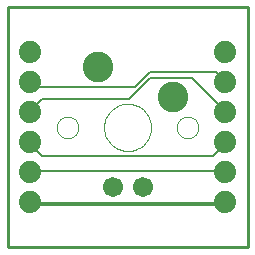
<source format=gbl>
G75*
G70*
%OFA0B0*%
%FSLAX24Y24*%
%IPPOS*%
%LPD*%
%AMOC8*
5,1,8,0,0,1.08239X$1,22.5*
%
%ADD10C,0.0100*%
%ADD11C,0.0670*%
%ADD12C,0.1020*%
%ADD13C,0.0000*%
%ADD14C,0.0740*%
%ADD15C,0.0120*%
%ADD16C,0.0060*%
D10*
X000813Y000736D02*
X000813Y008736D01*
X008813Y008736D01*
X008813Y000736D01*
X000813Y000736D01*
D11*
X004313Y002736D03*
X005313Y002736D03*
D12*
X006313Y005736D03*
X003813Y006736D03*
D13*
X002458Y004736D02*
X002460Y004773D01*
X002466Y004810D01*
X002475Y004846D01*
X002489Y004880D01*
X002506Y004913D01*
X002526Y004945D01*
X002549Y004974D01*
X002575Y005000D01*
X002604Y005023D01*
X002635Y005043D01*
X002669Y005060D01*
X002703Y005074D01*
X002739Y005083D01*
X002776Y005089D01*
X002813Y005091D01*
X002850Y005089D01*
X002887Y005083D01*
X002923Y005074D01*
X002957Y005060D01*
X002990Y005043D01*
X003022Y005023D01*
X003051Y005000D01*
X003077Y004974D01*
X003100Y004945D01*
X003120Y004914D01*
X003137Y004880D01*
X003151Y004846D01*
X003160Y004810D01*
X003166Y004773D01*
X003168Y004736D01*
X003166Y004699D01*
X003160Y004662D01*
X003151Y004626D01*
X003137Y004592D01*
X003120Y004559D01*
X003100Y004527D01*
X003077Y004498D01*
X003051Y004472D01*
X003022Y004449D01*
X002991Y004429D01*
X002957Y004412D01*
X002923Y004398D01*
X002887Y004389D01*
X002850Y004383D01*
X002813Y004381D01*
X002776Y004383D01*
X002739Y004389D01*
X002703Y004398D01*
X002669Y004412D01*
X002636Y004429D01*
X002604Y004449D01*
X002575Y004472D01*
X002549Y004498D01*
X002526Y004527D01*
X002506Y004558D01*
X002489Y004592D01*
X002475Y004626D01*
X002466Y004662D01*
X002460Y004699D01*
X002458Y004736D01*
X004028Y004736D02*
X004030Y004791D01*
X004036Y004846D01*
X004046Y004901D01*
X004059Y004955D01*
X004076Y005007D01*
X004097Y005059D01*
X004122Y005108D01*
X004150Y005156D01*
X004181Y005202D01*
X004216Y005245D01*
X004253Y005286D01*
X004293Y005324D01*
X004336Y005359D01*
X004381Y005392D01*
X004429Y005420D01*
X004478Y005446D01*
X004529Y005468D01*
X004581Y005486D01*
X004634Y005500D01*
X004689Y005511D01*
X004744Y005518D01*
X004799Y005521D01*
X004855Y005520D01*
X004910Y005515D01*
X004964Y005506D01*
X005018Y005494D01*
X005071Y005477D01*
X005123Y005457D01*
X005173Y005434D01*
X005221Y005406D01*
X005268Y005376D01*
X005312Y005342D01*
X005353Y005306D01*
X005392Y005266D01*
X005428Y005224D01*
X005461Y005179D01*
X005491Y005132D01*
X005517Y005084D01*
X005540Y005033D01*
X005559Y004981D01*
X005574Y004928D01*
X005586Y004874D01*
X005594Y004819D01*
X005598Y004764D01*
X005598Y004708D01*
X005594Y004653D01*
X005586Y004598D01*
X005574Y004544D01*
X005559Y004491D01*
X005540Y004439D01*
X005517Y004388D01*
X005491Y004340D01*
X005461Y004293D01*
X005428Y004248D01*
X005392Y004206D01*
X005353Y004166D01*
X005312Y004130D01*
X005268Y004096D01*
X005221Y004066D01*
X005173Y004038D01*
X005123Y004015D01*
X005071Y003995D01*
X005018Y003978D01*
X004964Y003966D01*
X004910Y003957D01*
X004855Y003952D01*
X004799Y003951D01*
X004744Y003954D01*
X004689Y003961D01*
X004634Y003972D01*
X004581Y003986D01*
X004529Y004004D01*
X004478Y004026D01*
X004429Y004052D01*
X004381Y004080D01*
X004336Y004113D01*
X004293Y004148D01*
X004253Y004186D01*
X004216Y004227D01*
X004181Y004270D01*
X004150Y004316D01*
X004122Y004364D01*
X004097Y004413D01*
X004076Y004465D01*
X004059Y004517D01*
X004046Y004571D01*
X004036Y004626D01*
X004030Y004681D01*
X004028Y004736D01*
X006458Y004736D02*
X006460Y004773D01*
X006466Y004810D01*
X006475Y004846D01*
X006489Y004880D01*
X006506Y004913D01*
X006526Y004945D01*
X006549Y004974D01*
X006575Y005000D01*
X006604Y005023D01*
X006635Y005043D01*
X006669Y005060D01*
X006703Y005074D01*
X006739Y005083D01*
X006776Y005089D01*
X006813Y005091D01*
X006850Y005089D01*
X006887Y005083D01*
X006923Y005074D01*
X006957Y005060D01*
X006990Y005043D01*
X007022Y005023D01*
X007051Y005000D01*
X007077Y004974D01*
X007100Y004945D01*
X007120Y004914D01*
X007137Y004880D01*
X007151Y004846D01*
X007160Y004810D01*
X007166Y004773D01*
X007168Y004736D01*
X007166Y004699D01*
X007160Y004662D01*
X007151Y004626D01*
X007137Y004592D01*
X007120Y004559D01*
X007100Y004527D01*
X007077Y004498D01*
X007051Y004472D01*
X007022Y004449D01*
X006991Y004429D01*
X006957Y004412D01*
X006923Y004398D01*
X006887Y004389D01*
X006850Y004383D01*
X006813Y004381D01*
X006776Y004383D01*
X006739Y004389D01*
X006703Y004398D01*
X006669Y004412D01*
X006636Y004429D01*
X006604Y004449D01*
X006575Y004472D01*
X006549Y004498D01*
X006526Y004527D01*
X006506Y004558D01*
X006489Y004592D01*
X006475Y004626D01*
X006466Y004662D01*
X006460Y004699D01*
X006458Y004736D01*
D14*
X008063Y004236D03*
X008063Y003236D03*
X008063Y002236D03*
X008063Y005236D03*
X008063Y006236D03*
X008063Y007236D03*
X001563Y007236D03*
X001563Y006236D03*
X001563Y005236D03*
X001563Y004236D03*
X001563Y003236D03*
X001563Y002236D03*
D15*
X001563Y002186D01*
X008063Y002186D01*
X008063Y002236D01*
D16*
X008063Y003236D02*
X008063Y003286D01*
X001563Y003286D01*
X001563Y003236D01*
X001963Y003786D02*
X001563Y004186D01*
X001563Y004236D01*
X001963Y003786D02*
X007663Y003786D01*
X008063Y004186D01*
X008063Y004236D01*
X008063Y005236D02*
X008063Y005286D01*
X006963Y006386D01*
X005563Y006386D01*
X004863Y005686D01*
X001963Y005686D01*
X001563Y005286D01*
X001563Y005236D01*
X001663Y006086D02*
X005063Y006086D01*
X005563Y006586D01*
X007763Y006586D01*
X008063Y006286D01*
X008063Y006236D01*
X001663Y006086D02*
X001563Y006186D01*
X001563Y006236D01*
M02*

</source>
